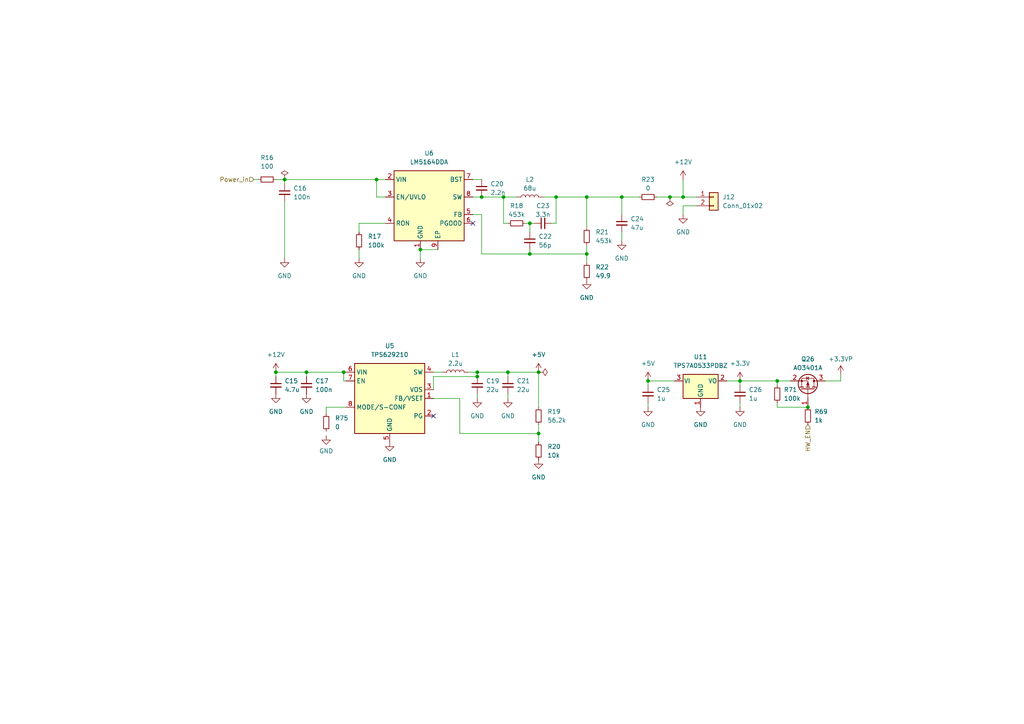
<source format=kicad_sch>
(kicad_sch (version 20230121) (generator eeschema)
  (paper "A4")
  (title_block (title "GreenMobi BMS") (date "2024-02-13") (rev "ALPHA") (company "GreenMobi"))
  (lib_symbols
    (symbol "Connector_Generic:Conn_01x02" (pin_names (offset 1.016) hide)
      (property "Reference" "J" (at 0 2.54 0))
      (property "Value" "Conn_01x02" (at 0 -5.08 0))
      (symbol "Conn_01x02_1_1"
        (rectangle (start -1.27 -2.413) (end 0 -2.667) (stroke (width 0.1524)))
        (rectangle (start -1.27 0.127) (end 0 -0.127) (stroke (width 0.1524)))
        (rectangle (start -1.27 1.27) (end 1.27 -3.81) (stroke (width 0.254)) (fill (type background)))
        (pin passive line (at -5.08 0 0) (length 3.81) (name "Pin_1") (number "1"))
        (pin passive line (at -5.08 -2.54 0) (length 3.81) (name "Pin_2") (number "2"))
      )
    )
    (symbol "Device:C_Small" (pin_numbers hide) (pin_names (offset 0.254) hide)
      (property "Reference" "C" (at 0.254 1.778 0))
      (property "Value" "C_Small" (at 0.254 -2.032 0))
      (symbol "C_Small_0_1"
        (polyline (pts (xy -1.524 -0.508) (xy 1.524 -0.508)) (stroke (width 0.3302)))
        (polyline (pts (xy -1.524 0.508) (xy 1.524 0.508)) (stroke (width 0.3048)))
      )
      (symbol "C_Small_1_1"
        (pin passive line (at 0 2.54 270) (length 2.032) (name "~") (number "1"))
        (pin passive line (at 0 -2.54 90) (length 2.032) (name "~") (number "2"))
      )
    )
    (symbol "Device:L" (pin_numbers hide) (pin_names (offset 1.016) hide)
      (property "Reference" "L" (at -1.27 0 90))
      (property "Value" "L" (at 1.905 0 90))
      (symbol "L_0_1"
        (arc (start 0 -2.54) (mid 0.6323 -1.905) (end 0 -1.27))
        (arc (start 0 -1.27) (mid 0.6323 -0.635) (end 0 0))
        (arc (start 0 0) (mid 0.6323 0.635) (end 0 1.27))
        (arc (start 0 1.27) (mid 0.6323 1.905) (end 0 2.54))
      )
      (symbol "L_1_1"
        (pin passive line (at 0 3.81 270) (length 1.27) (name "1") (number "1"))
        (pin passive line (at 0 -3.81 90) (length 1.27) (name "2") (number "2"))
      )
    )
    (symbol "Device:R_Small" (pin_numbers hide) (pin_names (offset 0.254) hide)
      (property "Reference" "R" (at 0.762 0.508 0))
      (property "Value" "R_Small" (at 0.762 -1.016 0))
      (symbol "R_Small_0_1"
        (rectangle (start -0.762 1.778) (end 0.762 -1.778) (stroke (width 0.2032)))
      )
      (symbol "R_Small_1_1"
        (pin passive line (at 0 2.54 270) (length 0.762) (name "~") (number "1"))
        (pin passive line (at 0 -2.54 90) (length 0.762) (name "~") (number "2"))
      )
    )
    (symbol "Regulator_Linear:TPS7A0533PDBZ" (pin_names (offset 0.254))
      (property "Reference" "U" (at -3.81 3.175 0))
      (property "Value" "TPS7A0533PDBZ" (at 0 3.175 0))
      (symbol "TPS7A0533PDBZ_0_1"
        (rectangle (start -5.08 -5.08) (end 5.08 1.905) (stroke (width 0.254)) (fill (type background)))
      )
      (symbol "TPS7A0533PDBZ_1_1"
        (pin power_in line (at 0 -7.62 90) (length 2.54) (name "GND") (number "1"))
        (pin power_out line (at 7.62 0 180) (length 2.54) (name "VO") (number "2"))
        (pin power_in line (at -7.62 0 0) (length 2.54) (name "VI") (number "3"))
      )
    )
    (symbol "Regulator_Switching:LM5164DDA"
      (property "Reference" "U" (at -8.89 11.43 0))
      (property "Value" "LM5164DDA" (at 5.08 11.43 0))
      (symbol "LM5164DDA_1_1"
        (rectangle (start -10.16 10.16) (end 10.16 -10.16) (stroke (width 0.254)) (fill (type background)))
        (pin power_in line (at -2.54 -12.7 90) (length 2.54) (name "GND") (number "1"))
        (pin power_in line (at -12.7 7.62 0) (length 2.54) (name "VIN") (number "2"))
        (pin input line (at -12.7 2.54 0) (length 2.54) (name "EN/UVLO") (number "3"))
        (pin passive line (at -12.7 -5.08 0) (length 2.54) (name "RON") (number "4"))
        (pin input line (at 12.7 -2.54 180) (length 2.54) (name "FB") (number "5"))
        (pin open_collector line (at 12.7 -5.08 180) (length 2.54) (name "PGOOD") (number "6"))
        (pin passive line (at 12.7 7.62 180) (length 2.54) (name "BST") (number "7"))
        (pin power_out line (at 12.7 2.54 180) (length 2.54) (name "SW") (number "8"))
        (pin passive line (at 2.54 -12.7 90) (length 2.54) (name "EP") (number "9"))
      )
    )
    (symbol "Transistor_FET:AO3401A" (pin_names hide)
      (property "Reference" "Q" (at 5.08 1.905 0))
      (property "Value" "AO3401A" (at 5.08 0 0))
      (symbol "AO3401A_0_1"
        (polyline (pts (xy 0.254 0) (xy -2.54 0)))
        (polyline (pts (xy 0.254 1.905) (xy 0.254 -1.905)) (stroke (width 0.254)))
        (polyline (pts (xy 0.762 -1.27) (xy 0.762 -2.286)) (stroke (width 0.254)))
        (polyline (pts (xy 0.762 0.508) (xy 0.762 -0.508)) (stroke (width 0.254)))
        (polyline (pts (xy 0.762 2.286) (xy 0.762 1.27)) (stroke (width 0.254)))
        (polyline (pts (xy 2.54 2.54) (xy 2.54 1.778)))
        (polyline (pts (xy 2.54 -2.54) (xy 2.54 0) (xy 0.762 0)))
        (polyline (pts (xy 0.762 1.778) (xy 3.302 1.778) (xy 3.302 -1.778) (xy 0.762 -1.778)))
        (polyline (pts (xy 2.286 0) (xy 1.27 0.381) (xy 1.27 -0.381) (xy 2.286 0)) (fill (type outline)))
        (polyline (pts (xy 2.794 -0.508) (xy 2.921 -0.381) (xy 3.683 -0.381) (xy 3.81 -0.254)))
        (polyline (pts (xy 3.302 -0.381) (xy 2.921 0.254) (xy 3.683 0.254) (xy 3.302 -0.381)))
        (circle (center 1.651 0) (radius 2.794) (stroke (width 0.254)))
        (circle (center 2.54 -1.778) (radius 0.254) (fill (type outline)))
        (circle (center 2.54 1.778) (radius 0.254) (fill (type outline)))
      )
      (symbol "AO3401A_1_1"
        (pin input line (at -5.08 0 0) (length 2.54) (name "G") (number "1"))
        (pin passive line (at 2.54 -5.08 90) (length 2.54) (name "S") (number "2"))
        (pin passive line (at 2.54 5.08 270) (length 2.54) (name "D") (number "3"))
      )
    )
    (symbol "greenmobi-bms:TPS629210"
      (property "Reference" "U" (at 0 13.97 0))
      (property "Value" "TPS629210" (at 0 11.43 0))
      (symbol "TPS629210_0_1"
        (rectangle (start -10.16 10.16) (end 10.16 -10.16) (stroke (width 0.254)) (fill (type background)))
      )
      (symbol "TPS629210_1_1"
        (pin input line (at 12.7 0 180) (length 2.54) (name "FB/VSET") (number "1"))
        (pin input line (at 12.7 -5.08 180) (length 2.54) (name "PG") (number "2"))
        (pin passive line (at 12.7 2.54 180) (length 2.54) (name "VOS") (number "3"))
        (pin output line (at 12.7 7.62 180) (length 2.54) (name "SW") (number "4"))
        (pin power_in line (at 0 -12.7 90) (length 2.54) (name "GND") (number "5"))
        (pin power_in line (at -12.7 7.62 0) (length 2.54) (name "VIN") (number "6"))
        (pin input line (at -12.7 5.08 0) (length 2.54) (name "EN") (number "7"))
        (pin passive line (at -12.7 -2.54 0) (length 2.54) (name "MODE/S-CONF") (number "8"))
      )
    )
    (symbol "power:+12V" (power) (pin_names (offset 0))
      (property "Value" "+12V" (at 0 3.556 0))
      (symbol "+12V_0_1"
        (polyline (pts (xy -0.762 1.27) (xy 0 2.54)))
        (polyline (pts (xy 0 0) (xy 0 2.54)))
        (polyline (pts (xy 0 2.54) (xy 0.762 1.27)))
      )
      (symbol "+12V_1_1"
        (pin power_in line (at 0 0 90) (length 0) hide (name "+12V") (number "1"))
      )
    )
    (symbol "power:+3.3V" (power) (pin_names (offset 0))
      (property "Value" "+3.3V" (at 0 3.556 0))
      (symbol "+3.3V_0_1"
        (polyline (pts (xy -0.762 1.27) (xy 0 2.54)))
        (polyline (pts (xy 0 0) (xy 0 2.54)))
        (polyline (pts (xy 0 2.54) (xy 0.762 1.27)))
      )
      (symbol "+3.3V_1_1"
        (pin power_in line (at 0 0 90) (length 0) hide (name "+3.3V") (number "1"))
      )
    )
    (symbol "power:+3.3VP" (power) (pin_names (offset 0))
      (property "Value" "+3.3VP" (at 0 2.54 0))
      (symbol "+3.3VP_0_0"
        (pin power_in line (at 0 0 90) (length 0) hide (name "+3.3VP") (number "1"))
      )
      (symbol "+3.3VP_0_1"
        (polyline (pts (xy -0.762 1.27) (xy 0 2.54)))
        (polyline (pts (xy 0 0) (xy 0 2.54)))
        (polyline (pts (xy 0 2.54) (xy 0.762 1.27)))
      )
    )
    (symbol "power:+5V" (power) (pin_names (offset 0))
      (property "Value" "+5V" (at 0 3.556 0))
      (symbol "+5V_0_1"
        (polyline (pts (xy -0.762 1.27) (xy 0 2.54)))
        (polyline (pts (xy 0 0) (xy 0 2.54)))
        (polyline (pts (xy 0 2.54) (xy 0.762 1.27)))
      )
      (symbol "+5V_1_1"
        (pin power_in line (at 0 0 90) (length 0) hide (name "+5V") (number "1"))
      )
    )
    (symbol "power:GND" (power) (pin_names (offset 0))
      (property "Value" "GND" (at 0 -3.81 0))
      (symbol "GND_0_1"
        (polyline (pts (xy 0 0) (xy 0 -1.27) (xy 1.27 -1.27) (xy 0 -2.54) (xy -1.27 -1.27) (xy 0 -1.27)))
      )
      (symbol "GND_1_1"
        (pin power_in line (at 0 0 270) (length 0) hide (name "GND") (number "1"))
      )
    )
    (symbol "power:PWR_FLAG" (power) (pin_numbers hide) (pin_names (offset 0) hide)
      (property "Value" "PWR_FLAG" (at 0 3.81 0))
      (symbol "PWR_FLAG_0_0"
        (pin power_out line (at 0 0 90) (length 0) (name "pwr") (number "1"))
      )
      (symbol "PWR_FLAG_0_1"
        (polyline (pts (xy 0 0) (xy 0 1.27) (xy -1.016 1.905) (xy 0 2.54) (xy 1.016 1.905) (xy 0 1.27)))
      )
    )
  )
  (junction (at 147.32 107.95))
  (junction (at 170.18 73.66))
  (junction (at 153.67 64.77))
  (junction (at 156.21 125.73))
  (junction (at 138.43 109.22))
  (junction (at 214.63 110.49))
  (junction (at 170.18 57.15))
  (junction (at 109.22 52.07))
  (junction (at 225.425 110.49))
  (junction (at 198.12 57.15))
  (junction (at 82.55 52.07))
  (junction (at 138.43 107.95))
  (junction (at 161.29 57.15))
  (junction (at 121.92 72.39))
  (junction (at 156.21 107.95))
  (junction (at 153.67 73.66))
  (junction (at 146.05 57.15))
  (junction (at 194.31 57.15))
  (junction (at 88.9 107.95))
  (junction (at 187.96 110.49))
  (junction (at 180.34 57.15))
  (junction (at 234.315 118.11))
  (junction (at 80.01 107.95))
  (junction (at 139.7 57.15))
  (junction (at 99.695 107.95))
  (no_connect (at 125.73 120.65))
  (no_connect (at 137.16 64.77))
  (wire (pts (xy 99.695 107.95) (xy 100.33 107.95)))
  (wire (pts (xy 243.84 108.585) (xy 243.84 110.49)))
  (wire (pts (xy 133.35 115.57) (xy 125.73 115.57)))
  (wire (pts (xy 198.12 62.23) (xy 198.12 59.69)))
  (wire (pts (xy 73.66 52.07) (xy 74.93 52.07)))
  (wire (pts (xy 170.18 71.12) (xy 170.18 73.66)))
  (wire (pts (xy 156.21 107.95) (xy 147.32 107.95)))
  (wire (pts (xy 80.01 107.95) (xy 80.01 109.22)))
  (wire (pts (xy 156.21 123.19) (xy 156.21 125.73)))
  (wire (pts (xy 156.21 128.27) (xy 156.21 125.73)))
  (wire (pts (xy 133.35 125.73) (xy 133.35 115.57)))
  (wire (pts (xy 187.96 118.11) (xy 187.96 116.84)))
  (wire (pts (xy 139.7 62.23) (xy 139.7 73.66)))
  (wire (pts (xy 214.63 110.49) (xy 225.425 110.49)))
  (wire (pts (xy 225.425 118.11) (xy 225.425 116.84)))
  (wire (pts (xy 170.18 76.2) (xy 170.18 73.66)))
  (wire (pts (xy 138.43 107.95) (xy 147.32 107.95)))
  (wire (pts (xy 198.12 52.07) (xy 198.12 57.15)))
  (wire (pts (xy 234.315 118.11) (xy 225.425 118.11)))
  (wire (pts (xy 180.34 57.15) (xy 180.34 62.23)))
  (wire (pts (xy 94.615 118.11) (xy 94.615 120.015)))
  (wire (pts (xy 104.14 64.77) (xy 111.76 64.77)))
  (wire (pts (xy 147.32 109.22) (xy 147.32 107.95)))
  (wire (pts (xy 139.7 73.66) (xy 153.67 73.66)))
  (wire (pts (xy 147.32 115.57) (xy 147.32 114.3)))
  (wire (pts (xy 99.695 110.49) (xy 99.695 107.95)))
  (wire (pts (xy 170.18 57.15) (xy 170.18 66.04)))
  (wire (pts (xy 100.33 110.49) (xy 99.695 110.49)))
  (wire (pts (xy 80.01 52.07) (xy 82.55 52.07)))
  (wire (pts (xy 153.67 73.66) (xy 170.18 73.66)))
  (wire (pts (xy 88.9 107.95) (xy 99.695 107.95)))
  (wire (pts (xy 153.67 64.77) (xy 154.94 64.77)))
  (wire (pts (xy 121.92 72.39) (xy 121.92 74.93)))
  (wire (pts (xy 146.05 57.15) (xy 149.86 57.15)))
  (wire (pts (xy 100.33 118.11) (xy 94.615 118.11)))
  (wire (pts (xy 125.73 113.03) (xy 125.73 109.22)))
  (wire (pts (xy 225.425 110.49) (xy 229.235 110.49)))
  (wire (pts (xy 80.01 107.95) (xy 88.9 107.95)))
  (wire (pts (xy 135.89 107.95) (xy 138.43 107.95)))
  (wire (pts (xy 104.14 67.31) (xy 104.14 64.77)))
  (wire (pts (xy 180.34 57.15) (xy 185.42 57.15)))
  (wire (pts (xy 125.73 107.95) (xy 128.27 107.95)))
  (wire (pts (xy 125.73 109.22) (xy 138.43 109.22)))
  (wire (pts (xy 153.67 64.77) (xy 153.67 67.31)))
  (wire (pts (xy 187.96 111.76) (xy 187.96 110.49)))
  (wire (pts (xy 243.84 110.49) (xy 239.395 110.49)))
  (wire (pts (xy 121.92 72.39) (xy 127 72.39)))
  (wire (pts (xy 153.67 72.39) (xy 153.67 73.66)))
  (wire (pts (xy 138.43 115.57) (xy 138.43 114.3)))
  (wire (pts (xy 160.02 64.77) (xy 161.29 64.77)))
  (wire (pts (xy 214.63 110.49) (xy 210.82 110.49)))
  (wire (pts (xy 109.22 52.07) (xy 109.22 57.15)))
  (wire (pts (xy 198.12 59.69) (xy 201.93 59.69)))
  (wire (pts (xy 133.35 125.73) (xy 156.21 125.73)))
  (wire (pts (xy 152.4 64.77) (xy 153.67 64.77)))
  (wire (pts (xy 225.425 110.49) (xy 225.425 111.76)))
  (wire (pts (xy 82.55 53.34) (xy 82.55 52.07)))
  (wire (pts (xy 170.18 57.15) (xy 180.34 57.15)))
  (wire (pts (xy 138.43 107.95) (xy 138.43 109.22)))
  (wire (pts (xy 137.16 52.07) (xy 139.7 52.07)))
  (wire (pts (xy 180.34 67.31) (xy 180.34 69.85)))
  (wire (pts (xy 82.55 52.07) (xy 109.22 52.07)))
  (wire (pts (xy 137.16 62.23) (xy 139.7 62.23)))
  (wire (pts (xy 109.22 57.15) (xy 111.76 57.15)))
  (wire (pts (xy 161.29 57.15) (xy 161.29 64.77)))
  (wire (pts (xy 157.48 57.15) (xy 161.29 57.15)))
  (wire (pts (xy 88.9 107.95) (xy 88.9 109.22)))
  (wire (pts (xy 214.63 118.11) (xy 214.63 116.84)))
  (wire (pts (xy 194.31 57.15) (xy 198.12 57.15)))
  (wire (pts (xy 137.16 57.15) (xy 139.7 57.15)))
  (wire (pts (xy 214.63 111.76) (xy 214.63 110.49)))
  (wire (pts (xy 139.7 57.15) (xy 146.05 57.15)))
  (wire (pts (xy 187.96 110.49) (xy 195.58 110.49)))
  (wire (pts (xy 104.14 72.39) (xy 104.14 74.93)))
  (wire (pts (xy 198.12 57.15) (xy 201.93 57.15)))
  (wire (pts (xy 147.32 64.77) (xy 146.05 64.77)))
  (wire (pts (xy 82.55 58.42) (xy 82.55 74.93)))
  (wire (pts (xy 156.21 107.95) (xy 156.21 118.11)))
  (wire (pts (xy 190.5 57.15) (xy 194.31 57.15)))
  (wire (pts (xy 109.22 52.07) (xy 111.76 52.07)))
  (wire (pts (xy 146.05 64.77) (xy 146.05 57.15)))
  (wire (pts (xy 161.29 57.15) (xy 170.18 57.15)))
  (hierarchical_label "HW_EN" (shape input) (at 234.315 123.19 270))
  (hierarchical_label "Power_in" (shape input) (at 73.66 52.07 180))
  (symbol (lib_id "power:PWR_FLAG") (at 82.55 52.07 0) (unit 1)
    (property "Reference" "#FLG04" (effects hide))
    (property "Value" "PWR_FLAG" (effects hide))
  )
  (symbol (lib_id "power:GND") (at 121.92 74.93 0) (unit 1)
    (property "Reference" "#PWR050" (effects hide))
    (property "Value" "GND" (at 121.92 80.01 0))
  )
  (symbol (lib_id "Device:L") (at 153.67 57.15 90) (unit 1)
    (property "Reference" "L2" (at 153.67 52.07 90))
    (property "Value" "68u" (at 153.67 54.61 90))
  )
  (symbol (lib_id "Device:C_Small") (at 153.67 69.85 0) (unit 1)
    (property "Reference" "C22" (at 156.21 68.5863 0) (effects (justify left)))
    (property "Value" "56p" (at 156.21 71.1263 0) (effects (justify left)))
  )
  (symbol (lib_id "Device:C_Small") (at 138.43 111.76 0) (unit 1)
    (property "Reference" "C19" (at 140.97 110.4963 0) (effects (justify left)))
    (property "Value" "22u" (at 140.97 113.0363 0) (effects (justify left)))
    (property "Footprint" "Capacitor_SMD:C_0805_2012Metric" (effects hide))
  )
  (symbol (lib_id "Device:R_Small") (at 104.14 69.85 0) (unit 1)
    (property "Reference" "R17" (at 106.68 68.58 0) (effects (justify left)))
    (property "Value" "100k" (at 106.68 71.12 0) (effects (justify left)))
  )
  (symbol (lib_id "Transistor_FET:AO3401A") (at 234.315 113.03 270) (mirror x) (unit 1)
    (property "Reference" "Q26" (at 234.315 104.14 90))
    (property "Value" "AO3401A" (at 234.315 106.68 90))
    (property "Footprint" "Package_TO_SOT_SMD:SOT-23" (effects hide))
    (property "Datasheet" "http://www.aosmd.com/pdfs/datasheet/AO3401A.pdf" (effects hide))
  )
  (symbol (lib_id "Device:C_Small") (at 187.96 114.3 0) (unit 1)
    (property "Reference" "C25" (at 190.5 113.0363 0) (effects (justify left)))
    (property "Value" "1u" (at 190.5 115.5763 0) (effects (justify left)))
  )
  (symbol (lib_id "power:GND") (at 147.32 115.57 0) (unit 1)
    (property "Reference" "#PWR052" (effects hide))
    (property "Value" "GND" (at 147.32 120.65 0))
  )
  (symbol (lib_id "power:GND") (at 82.55 74.93 0) (unit 1)
    (property "Reference" "#PWR046" (effects hide))
    (property "Value" "GND" (at 82.55 80.01 0))
  )
  (symbol (lib_id "power:GND") (at 170.18 81.28 0) (unit 1)
    (property "Reference" "#PWR055" (effects hide))
    (property "Value" "GND" (at 170.18 86.36 0))
  )
  (symbol (lib_id "power:PWR_FLAG") (at 156.21 107.95 270) (unit 1)
    (property "Reference" "#FLG05" (effects hide))
    (property "Value" "PWR_FLAG" (effects hide))
  )
  (symbol (lib_id "Device:C_Small") (at 147.32 111.76 0) (unit 1)
    (property "Reference" "C21" (at 149.86 110.4963 0) (effects (justify left)))
    (property "Value" "22u" (at 149.86 113.0363 0) (effects (justify left)))
    (property "Footprint" "Capacitor_SMD:C_0805_2012Metric" (effects hide))
  )
  (symbol (lib_id "Device:C_Small") (at 180.34 64.77 0) (unit 1)
    (property "Reference" "C24" (at 182.88 63.5063 0) (effects (justify left)))
    (property "Value" "47u" (at 182.88 66.0463 0) (effects (justify left)))
  )
  (symbol (lib_id "power:GND") (at 198.12 62.23 0) (unit 1)
    (property "Reference" "#PWR060" (effects hide))
    (property "Value" "GND" (at 198.12 67.31 0))
  )
  (symbol (lib_id "Device:R_Small") (at 234.315 120.65 0) (unit 1)
    (property "Reference" "R69" (at 236.22 119.38 0) (effects (justify left)))
    (property "Value" "1k" (at 236.22 121.92 0) (effects (justify left)))
  )
  (symbol (lib_id "Regulator_Linear:TPS7A0533PDBZ") (at 203.2 110.49 0) (unit 1)
    (property "Reference" "U11" (at 203.2 103.505 0))
    (property "Value" "TPS7A0533PDBZ" (at 203.2 106.045 0))
    (property "Footprint" "Package_TO_SOT_SMD:SOT-23" (effects hide))
    (property "Datasheet" "https://www.ti.com/lit/ds/symlink/tps7a05.pdf" (effects hide))
  )
  (symbol (lib_id "power:GND") (at 203.2 118.11 0) (unit 1)
    (property "Reference" "#PWR061" (effects hide))
    (property "Value" "GND" (at 203.2 123.19 0))
  )
  (symbol (lib_id "Device:R_Small") (at 156.21 120.65 0) (unit 1)
    (property "Reference" "R19" (at 158.75 119.38 0) (effects (justify left)))
    (property "Value" "56.2k" (at 158.75 121.92 0) (effects (justify left)))
    (property "Notes" "1%" (effects hide))
  )
  (symbol (lib_id "power:+5V") (at 156.21 107.95 0) (unit 1)
    (property "Reference" "#PWR053" (effects hide))
    (property "Value" "+5V" (at 156.21 102.87 0))
  )
  (symbol (lib_id "Device:R_Small") (at 187.96 57.15 90) (unit 1)
    (property "Reference" "R23" (at 187.96 52.07 90))
    (property "Value" "0" (at 187.96 54.61 90))
  )
  (symbol (lib_id "power:+12V") (at 198.12 52.07 0) (unit 1)
    (property "Reference" "#PWR059" (effects hide))
    (property "Value" "+12V" (at 198.12 46.99 0))
  )
  (symbol (lib_id "power:GND") (at 138.43 115.57 0) (unit 1)
    (property "Reference" "#PWR051" (effects hide))
    (property "Value" "GND" (at 138.43 120.65 0))
  )
  (symbol (lib_id "Device:R_Small") (at 225.425 114.3 180) (unit 1)
    (property "Reference" "R71" (at 227.33 113.03 0) (effects (justify right)))
    (property "Value" "100k" (at 227.33 115.57 0) (effects (justify right)))
  )
  (symbol (lib_id "Connector_Generic:Conn_01x02") (at 207.01 57.15 0) (unit 1)
    (property "Reference" "J12" (at 209.55 57.15 0) (effects (justify left)))
    (property "Value" "Conn_01x02" (at 209.55 59.69 0) (effects (justify left)))
  )
  (symbol (lib_id "power:GND") (at 187.96 118.11 0) (unit 1)
    (property "Reference" "#PWR058" (effects hide))
    (property "Value" "GND" (at 187.96 123.19 0))
  )
  (symbol (lib_id "power:GND") (at 113.03 128.27 0) (unit 1)
    (property "Reference" "#PWR049" (effects hide))
    (property "Value" "GND" (at 113.03 133.35 0))
  )
  (symbol (lib_id "power:+3.3V") (at 214.63 110.49 0) (unit 1)
    (property "Reference" "#PWR062" (effects hide))
    (property "Value" "+3.3V" (at 214.63 105.41 0))
  )
  (symbol (lib_id "power:GND") (at 94.615 126.365 0) (unit 1)
    (property "Reference" "#PWR044" (effects hide))
    (property "Value" "GND" (at 94.615 130.81 0))
  )
  (symbol (lib_id "Device:C_Small") (at 214.63 114.3 0) (unit 1)
    (property "Reference" "C26" (at 217.17 113.0363 0) (effects (justify left)))
    (property "Value" "1u" (at 217.17 115.5763 0) (effects (justify left)))
  )
  (symbol (lib_id "Device:R_Small") (at 170.18 68.58 0) (unit 1)
    (property "Reference" "R21" (at 172.72 67.31 0) (effects (justify left)))
    (property "Value" "453k" (at 172.72 69.85 0) (effects (justify left)))
    (property "Notes" "1%" (effects hide))
  )
  (symbol (lib_id "power:+5V") (at 187.96 110.49 0) (unit 1)
    (property "Reference" "#PWR057" (effects hide))
    (property "Value" "+5V" (at 187.96 105.41 0))
  )
  (symbol (lib_id "Regulator_Switching:LM5164DDA") (at 124.46 59.69 0) (unit 1)
    (property "Reference" "U6" (at 124.46 44.45 0))
    (property "Value" "LM5164DDA" (at 124.46 46.99 0))
    (property "Footprint" "Package_SO:HSOP-8-1EP_3.9x4.9mm_P1.27mm_EP2.41x3.1mm_ThermalVias" (effects hide))
    (property "Datasheet" "https://www.ti.com/lit/ds/symlink/lm5164.pdf?ts=1598311864250&ref_url=https%253A%252F%252Fwww.ti.com%252Fproduct%252FLM5164%253FHQS%253DTI-null-null-octopart-df-pf-null-wwe" (effects hide))
  )
  (symbol (lib_id "Device:L") (at 132.08 107.95 90) (unit 1)
    (property "Reference" "L1" (at 132.08 102.87 90))
    (property "Value" "2.2u" (at 132.08 105.41 90))
    (property "Footprint" "Inductor_SMD:L_1008_2520Metric" (effects hide))
    (property "LCSC" "C351245" (effects hide))
  )
  (symbol (lib_id "power:+12V") (at 80.01 107.95 0) (unit 1)
    (property "Reference" "#PWR043" (effects hide))
    (property "Value" "+12V" (at 80.01 102.87 0))
  )
  (symbol (lib_id "power:GND") (at 156.21 133.35 0) (unit 1)
    (property "Reference" "#PWR054" (effects hide))
    (property "Value" "GND" (at 156.21 138.43 0))
  )
  (symbol (lib_id "power:GND") (at 88.9 114.3 0) (unit 1)
    (property "Reference" "#PWR047" (effects hide))
    (property "Value" "GND" (at 88.9 119.38 0))
  )
  (symbol (lib_id "Device:C_Small") (at 88.9 111.76 0) (unit 1)
    (property "Reference" "C17" (at 91.44 110.4963 0) (effects (justify left)))
    (property "Value" "100n" (at 91.44 113.0363 0) (effects (justify left)))
  )
  (symbol (lib_id "Device:R_Small") (at 170.18 78.74 0) (unit 1)
    (property "Reference" "R22" (at 172.72 77.47 0) (effects (justify left)))
    (property "Value" "49.9" (at 172.72 80.01 0) (effects (justify left)))
    (property "Notes" "1%" (effects hide))
  )
  (symbol (lib_id "Device:R_Small") (at 77.47 52.07 90) (unit 1)
    (property "Reference" "R16" (at 77.47 45.72 90))
    (property "Value" "100" (at 77.47 48.26 90))
  )
  (symbol (lib_id "Device:R_Small") (at 149.86 64.77 90) (unit 1)
    (property "Reference" "R18" (at 149.86 59.69 90))
    (property "Value" "453k" (at 149.86 62.23 90))
  )
  (symbol (lib_id "Device:C_Small") (at 80.01 111.76 0) (unit 1)
    (property "Reference" "C15" (at 82.55 110.4963 0) (effects (justify left)))
    (property "Value" "4.7u" (at 82.55 113.0363 0) (effects (justify left)))
    (property "Footprint" "Capacitor_SMD:C_1206_3216Metric" (effects hide))
    (property "Notes" "25V" (effects hide))
  )
  (symbol (lib_id "Device:R_Small") (at 156.21 130.81 0) (unit 1)
    (property "Reference" "R20" (at 158.75 129.54 0) (effects (justify left)))
    (property "Value" "10k" (at 158.75 132.08 0) (effects (justify left)))
    (property "Notes" "1%" (effects hide))
  )
  (symbol (lib_id "power:+3.3VP") (at 243.84 108.585 0) (unit 1)
    (property "Reference" "#PWR092" (effects hide))
    (property "Value" "+3.3VP" (at 243.84 104.14 0))
  )
  (symbol (lib_id "power:PWR_FLAG") (at 194.31 57.15 180) (unit 1)
    (property "Reference" "#FLG06" (effects hide))
    (property "Value" "PWR_FLAG" (effects hide))
  )
  (symbol (lib_id "Device:R_Small") (at 94.615 122.555 0) (unit 1)
    (property "Reference" "R75" (at 97.155 121.285 0) (effects (justify left)))
    (property "Value" "0" (at 97.155 123.825 0) (effects (justify left)))
  )
  (symbol (lib_id "power:GND") (at 214.63 118.11 0) (unit 1)
    (property "Reference" "#PWR063" (effects hide))
    (property "Value" "GND" (at 214.63 123.19 0))
  )
  (symbol (lib_id "power:GND") (at 104.14 74.93 0) (unit 1)
    (property "Reference" "#PWR048" (effects hide))
    (property "Value" "GND" (at 104.14 80.01 0))
  )
  (symbol (lib_id "Device:C_Small") (at 157.48 64.77 90) (unit 1)
    (property "Reference" "C23" (at 157.48 59.69 90))
    (property "Value" "3.3n" (at 157.48 62.23 90))
  )
  (symbol (lib_id "Device:C_Small") (at 139.7 54.61 0) (unit 1)
    (property "Reference" "C20" (at 142.24 53.3463 0) (effects (justify left)))
    (property "Value" "2.2n" (at 142.24 55.8863 0) (effects (justify left)))
  )
  (symbol (lib_id "greenmobi-bms:TPS629210") (at 113.03 115.57 0) (unit 1)
    (property "Reference" "U5" (at 113.03 100.33 0))
    (property "Value" "TPS629210" (at 113.03 102.87 0))
    (property "Footprint" "Package_TO_SOT_SMD:SOT-583-8" (effects hide))
    (property "Datasheet" "https://www.ti.com/lit/ds/symlink/tps629210.pdf" (effects hide))
  )
  (symbol (lib_id "Device:C_Small") (at 82.55 55.88 0) (unit 1)
    (property "Reference" "C16" (at 85.09 54.6163 0) (effects (justify left)))
    (property "Value" "100n" (at 85.09 57.1563 0) (effects (justify left)))
    (property "Footprint" "Capacitor_SMD:C_1206_3216Metric" (effects hide))
  )
  (symbol (lib_id "power:GND") (at 180.34 69.85 0) (unit 1)
    (property "Reference" "#PWR056" (effects hide))
    (property "Value" "GND" (at 180.34 74.93 0))
  )
  (symbol (lib_id "power:GND") (at 80.01 114.3 0) (unit 1)
    (property "Reference" "#PWR045" (effects hide))
    (property "Value" "GND" (at 80.01 119.38 0))
  )
)
</source>
